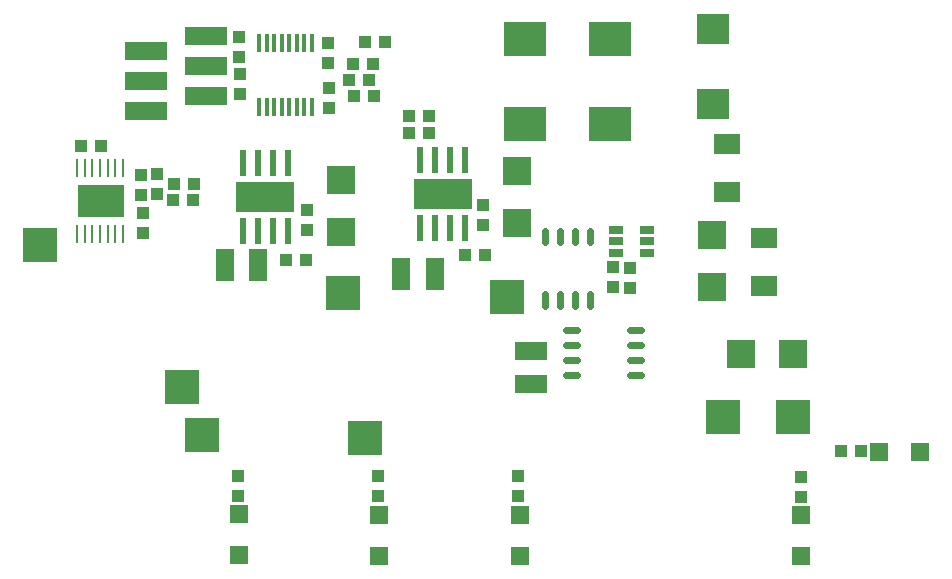
<source format=gtp>
From 7e78a158118d6ebd2d0d56bbdbfc3e7f2601411d Mon Sep 17 00:00:00 2001
From: Nicolas Schodet
Date: Thu, 3 Mar 2011 23:57:49 +0100
Subject: analog/supply, digital/lol: batchpcb order

---
 .../pcb/orders/batchpcb_2011-03-02/supply.GTP      | 235 +++++++++++++++++++++
 1 file changed, 235 insertions(+)
 create mode 100644 analog/supply/pcb/orders/batchpcb_2011-03-02/supply.GTP

(limited to 'analog/supply/pcb/orders/batchpcb_2011-03-02/supply.GTP')

diff --git a/analog/supply/pcb/orders/batchpcb_2011-03-02/supply.GTP b/analog/supply/pcb/orders/batchpcb_2011-03-02/supply.GTP
new file mode 100644
index 00000000..a012ae62
--- /dev/null
+++ b/analog/supply/pcb/orders/batchpcb_2011-03-02/supply.GTP
@@ -0,0 +1,235 @@
+G75*
+G70*
+%OFA0B0*%
+%FSLAX24Y24*%
+%IPPOS*%
+%LPD*%
+%AMOC8*
+5,1,8,0,0,1.08239X$1,22.5*
+%
+%ADD10R,0.0197X0.0866*%
+%ADD11R,0.1969X0.0984*%
+%ADD12R,0.0630X0.1063*%
+%ADD13R,0.0394X0.0433*%
+%ADD14R,0.1181X0.1181*%
+%ADD15R,0.0945X0.0945*%
+%ADD16R,0.0098X0.0610*%
+%ADD17R,0.1575X0.1102*%
+%ADD18R,0.0433X0.0394*%
+%ADD19R,0.1417X0.1181*%
+%ADD20R,0.1063X0.1004*%
+%ADD21R,0.0500X0.0250*%
+%ADD22R,0.1063X0.0630*%
+%ADD23R,0.0150X0.0600*%
+%ADD24R,0.1409X0.0591*%
+%ADD25R,0.0850X0.0701*%
+%ADD26R,0.0591X0.0591*%
+%ADD27C,0.0236*%
+D10*
+X008221Y013618D03*
+X008721Y013618D03*
+X009221Y013618D03*
+X009721Y013618D03*
+X009721Y015882D03*
+X009221Y015882D03*
+X008721Y015882D03*
+X008221Y015882D03*
+X014130Y015982D03*
+X014630Y015982D03*
+X015130Y015982D03*
+X015630Y015982D03*
+X015630Y013718D03*
+X015130Y013718D03*
+X014630Y013718D03*
+X014130Y013718D03*
+D11*
+X014886Y014848D03*
+X008977Y014748D03*
+D12*
+X008728Y012471D03*
+X007626Y012471D03*
+X013513Y012180D03*
+X014616Y012180D03*
+D13*
+X016228Y013813D03*
+X016228Y014482D03*
+X014439Y016902D03*
+X013769Y016902D03*
+X013769Y017453D03*
+X014439Y017453D03*
+X012590Y018121D03*
+X011921Y018121D03*
+X011775Y018658D03*
+X012444Y018658D03*
+X012295Y019918D03*
+X012964Y019918D03*
+X006598Y015181D03*
+X005928Y015181D03*
+X005374Y015512D03*
+X005374Y014843D03*
+X005902Y014649D03*
+X006571Y014649D03*
+X004885Y014217D03*
+X004885Y013547D03*
+X003492Y016456D03*
+X002823Y016456D03*
+X010359Y014331D03*
+X010359Y013662D03*
+X028170Y006299D03*
+X028839Y006299D03*
+D14*
+X026577Y007407D03*
+X024215Y007407D03*
+X017017Y011429D03*
+X011578Y011554D03*
+X006201Y008432D03*
+X006854Y006829D03*
+X012293Y006705D03*
+X001476Y013157D03*
+D15*
+X011512Y013601D03*
+X011512Y015333D03*
+X017372Y015606D03*
+X017372Y013873D03*
+X023875Y013475D03*
+X023875Y011743D03*
+X024840Y009518D03*
+X026572Y009518D03*
+D16*
+X004228Y013508D03*
+X003972Y013508D03*
+X003717Y013508D03*
+X003461Y013508D03*
+X003205Y013508D03*
+X002949Y013508D03*
+X002693Y013508D03*
+X002693Y015713D03*
+X002949Y015713D03*
+X003205Y015713D03*
+X003461Y015713D03*
+X003717Y015713D03*
+X003972Y015713D03*
+X004228Y015713D03*
+D17*
+X003480Y014610D03*
+D18*
+X004842Y014830D03*
+X004842Y015499D03*
+X008126Y018186D03*
+X008126Y018855D03*
+X008086Y019406D03*
+X008086Y020075D03*
+X011075Y019901D03*
+X011075Y019232D03*
+X011889Y019197D03*
+X012559Y019197D03*
+X011086Y018390D03*
+X011086Y017721D03*
+X015620Y012810D03*
+X016289Y012810D03*
+X020579Y012409D03*
+X021141Y012403D03*
+X021141Y011733D03*
+X020579Y011740D03*
+X017396Y005454D03*
+X017396Y004784D03*
+X012728Y004793D03*
+X012728Y005463D03*
+X008065Y005468D03*
+X008065Y004799D03*
+X009669Y012656D03*
+X010338Y012656D03*
+X026846Y005434D03*
+X026846Y004764D03*
+D19*
+X020463Y017174D03*
+X017629Y017174D03*
+X017629Y020009D03*
+X020463Y020009D03*
+D20*
+X023904Y020352D03*
+X023904Y017852D03*
+D21*
+X021693Y013651D03*
+X021693Y013277D03*
+X021693Y012903D03*
+X020662Y012903D03*
+X020662Y013277D03*
+X020662Y013651D03*
+D22*
+X017823Y009632D03*
+X017823Y008530D03*
+D23*
+X010520Y017764D03*
+X010270Y017764D03*
+X010020Y017764D03*
+X009770Y017764D03*
+X009520Y017764D03*
+X009270Y017764D03*
+X009020Y017764D03*
+X008770Y017764D03*
+X008770Y019882D03*
+X009020Y019882D03*
+X009270Y019882D03*
+X009520Y019882D03*
+X009770Y019882D03*
+X010020Y019882D03*
+X010270Y019882D03*
+X010520Y019882D03*
+D24*
+X007010Y020113D03*
+X007010Y019113D03*
+X007010Y018113D03*
+X005010Y017613D03*
+X005010Y018613D03*
+X005010Y019613D03*
+D25*
+X024369Y016524D03*
+X024369Y014921D03*
+X025580Y013387D03*
+X025580Y011785D03*
+D26*
+X008093Y002812D03*
+X008093Y004190D03*
+X012756Y004158D03*
+X012756Y002780D03*
+X017454Y002791D03*
+X017454Y004169D03*
+X026844Y004153D03*
+X026844Y002775D03*
+X029430Y006249D03*
+X030807Y006249D03*
+D27*
+X021496Y008825D02*
+X021122Y008825D01*
+X021122Y009325D02*
+X021496Y009325D01*
+X021496Y009825D02*
+X021122Y009825D01*
+X021122Y010325D02*
+X021496Y010325D01*
+X019802Y011130D02*
+X019802Y011504D01*
+X019302Y011504D02*
+X019302Y011130D01*
+X018802Y011130D02*
+X018802Y011504D01*
+X018302Y011504D02*
+X018302Y011130D01*
+X018996Y010325D02*
+X019370Y010325D01*
+X019370Y009825D02*
+X018996Y009825D01*
+X018996Y009325D02*
+X019370Y009325D01*
+X019370Y008825D02*
+X018996Y008825D01*
+X018802Y013256D02*
+X018802Y013630D01*
+X018302Y013630D02*
+X018302Y013256D01*
+X019302Y013256D02*
+X019302Y013630D01*
+X019802Y013630D02*
+X019802Y013256D01*
+M02*
-- 
cgit v1.2.3


</source>
